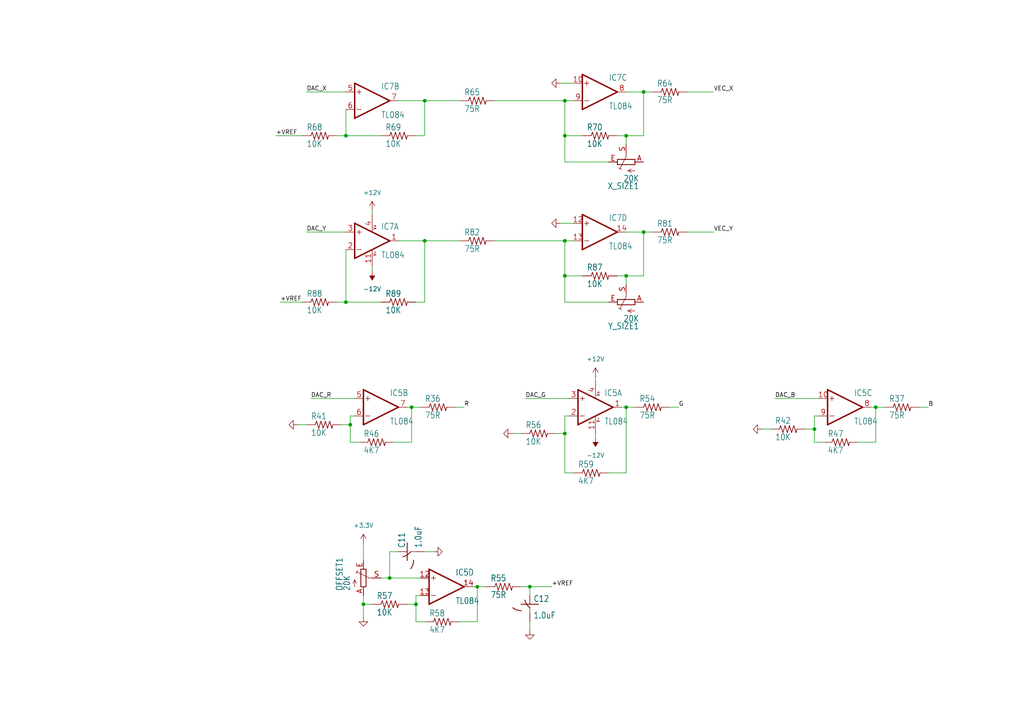
<source format=kicad_sch>
(kicad_sch (version 20250114) (generator "eeschema") (generator_version "9.0")
  (paper "A4")
  (lib_symbols
    (symbol "mister-vector-eagle-import:C-USC0603"
      (property "Reference" "C" (at 1.016 0.635 0))
      (symbol "C-USC0603_1_0"
        (polyline (pts (xy -2.54 0) (xy 2.54 0)) (stroke (width 0.254)))
        (arc (start -2.4668 -1.8504) (mid -3.7688 -1.6361) (end -4.9335 -1.016) (stroke (width 0.254)))
        (polyline (pts (xy 0 -1.016) (xy 0 -2.54)) (stroke (width 0.1524)))
        (arc (start 0 -1) (mid -0.9038 -0.0189) (end -1.4403 1.2025) (stroke (width 0.254)))
        (pin passive line (at 0 2.54 270) (length 2.54) (name "1") (number "1"))
        (pin passive line (at 0 -5.08 90) (length 2.54) (name "2") (number "2"))
      )
    )
    (symbol "mister-vector-eagle-import:R-US_R0603"
      (property "Reference" "R" (at -3.81 1.4986 0))
      (symbol "R-US_R0603_1_0"
        (polyline (pts (xy -2.54 0) (xy -2.159 1.016)) (stroke (width 0.2032)))
        (polyline (pts (xy -2.159 1.016) (xy -1.524 -1.016)) (stroke (width 0.2032)))
        (polyline (pts (xy -1.524 -1.016) (xy -0.889 1.016)) (stroke (width 0.2032)))
        (polyline (pts (xy -0.889 1.016) (xy -0.254 -1.016)) (stroke (width 0.2032)))
        (polyline (pts (xy -0.254 -1.016) (xy 0.381 1.016)) (stroke (width 0.2032)))
        (polyline (pts (xy 0.381 1.016) (xy 1.016 -1.016)) (stroke (width 0.2032)))
        (polyline (pts (xy 1.016 -1.016) (xy 1.651 1.016)) (stroke (width 0.2032)))
        (polyline (pts (xy 1.651 1.016) (xy 2.286 -1.016)) (stroke (width 0.2032)))
        (polyline (pts (xy 2.286 -1.016) (xy 2.54 0)) (stroke (width 0.2032)))
        (pin passive line (at -5.08 0 0) (length 2.54) (name "1") (number "1"))
        (pin passive line (at 5.08 0 180) (length 2.54) (name "2") (number "2"))
      )
    )
    (symbol "mister-vector-eagle-import:TL084"
      (property "Reference" "IC" (at 2.54 3.175 0))
      (symbol "TL084_1_0"
        (polyline (pts (xy -5.08 5.08) (xy -5.08 -5.08)) (stroke (width 0.4064)))
        (polyline (pts (xy -5.08 -5.08) (xy 5.08 0)) (stroke (width 0.4064)))
        (polyline (pts (xy -4.445 2.54) (xy -3.175 2.54)) (stroke (width 0.1524)))
        (polyline (pts (xy -4.445 -2.54) (xy -3.175 -2.54)) (stroke (width 0.1524)))
        (polyline (pts (xy -3.81 3.175) (xy -3.81 1.905)) (stroke (width 0.1524)))
        (polyline (pts (xy 5.08 0) (xy -5.08 5.08)) (stroke (width 0.4064)))
        (text "V+" (at 1.27 3.175 900) (effects (font (size 0.8128 0.6908)) (justify left bottom)))
        (text "V-" (at 1.27 -4.445 900) (effects (font (size 0.8128 0.6908)) (justify left bottom)))
        (pin input line (at -7.62 2.54 0) (length 2.54) (name "+IN") (number "3"))
        (pin input line (at -7.62 -2.54 0) (length 2.54) (name "-IN") (number "2"))
        (pin power_in line (at 0 7.62 270) (length 5.08) (name "V+") (number "4"))
        (pin power_in line (at 0 -7.62 90) (length 5.08) (name "V-") (number "11"))
        (pin output line (at 7.62 0 180) (length 2.54) (name "OUT") (number "1"))
      )
      (symbol "TL084_2_0"
        (polyline (pts (xy -5.08 5.08) (xy -5.08 -5.08)) (stroke (width 0.4064)))
        (polyline (pts (xy -5.08 -5.08) (xy 5.08 0)) (stroke (width 0.4064)))
        (polyline (pts (xy -4.445 2.54) (xy -3.175 2.54)) (stroke (width 0.1524)))
        (polyline (pts (xy -4.445 -2.54) (xy -3.175 -2.54)) (stroke (width 0.1524)))
        (polyline (pts (xy -3.81 3.175) (xy -3.81 1.905)) (stroke (width 0.1524)))
        (polyline (pts (xy 5.08 0) (xy -5.08 5.08)) (stroke (width 0.4064)))
        (pin input line (at -7.62 2.54 0) (length 2.54) (name "+IN") (number "5"))
        (pin input line (at -7.62 -2.54 0) (length 2.54) (name "-IN") (number "6"))
        (pin output line (at 7.62 0 180) (length 2.54) (name "OUT") (number "7"))
      )
      (symbol "TL084_3_0"
        (polyline (pts (xy -5.08 5.08) (xy -5.08 -5.08)) (stroke (width 0.4064)))
        (polyline (pts (xy -5.08 -5.08) (xy 5.08 0)) (stroke (width 0.4064)))
        (polyline (pts (xy -4.445 2.54) (xy -3.175 2.54)) (stroke (width 0.1524)))
        (polyline (pts (xy -4.445 -2.54) (xy -3.175 -2.54)) (stroke (width 0.1524)))
        (polyline (pts (xy -3.81 3.175) (xy -3.81 1.905)) (stroke (width 0.1524)))
        (polyline (pts (xy 5.08 0) (xy -5.08 5.08)) (stroke (width 0.4064)))
        (pin input line (at -7.62 2.54 0) (length 2.54) (name "+IN") (number "10"))
        (pin input line (at -7.62 -2.54 0) (length 2.54) (name "-IN") (number "9"))
        (pin output line (at 7.62 0 180) (length 2.54) (name "OUT") (number "8"))
      )
      (symbol "TL084_4_0"
        (polyline (pts (xy -5.08 5.08) (xy -5.08 -5.08)) (stroke (width 0.4064)))
        (polyline (pts (xy -5.08 -5.08) (xy 5.08 0)) (stroke (width 0.4064)))
        (polyline (pts (xy -4.445 2.54) (xy -3.175 2.54)) (stroke (width 0.1524)))
        (polyline (pts (xy -4.445 -2.54) (xy -3.175 -2.54)) (stroke (width 0.1524)))
        (polyline (pts (xy -3.81 3.175) (xy -3.81 1.905)) (stroke (width 0.1524)))
        (polyline (pts (xy 5.08 0) (xy -5.08 5.08)) (stroke (width 0.4064)))
        (pin input line (at -7.62 2.54 0) (length 2.54) (name "+IN") (number "12"))
        (pin input line (at -7.62 -2.54 0) (length 2.54) (name "-IN") (number "13"))
        (pin output line (at 7.62 0 180) (length 2.54) (name "OUT") (number "14"))
      )
    )
    (symbol "mister-vector-eagle-import:TRIM_EU-B25P"
      (property "Reference" "R" (at -5.969 -3.81 90))
      (symbol "TRIM_EU-B25P_1_0"
        (polyline (pts (xy -2.54 -0.508) (xy -3.048 -1.524)) (stroke (width 0.1524)))
        (polyline (pts (xy -2.54 -0.508) (xy -2.032 -1.524)) (stroke (width 0.1524)))
        (polyline (pts (xy -2.54 -2.54) (xy -2.54 -0.508)) (stroke (width 0.1524)))
        (polyline (pts (xy -2.1597 1.2939) (xy -1.7018 2.2352)) (stroke (width 0.1524)))
        (polyline (pts (xy -0.762 2.54) (xy -0.762 -2.54)) (stroke (width 0.254)))
        (polyline (pts (xy -0.762 -2.54) (xy 0.762 -2.54)) (stroke (width 0.254)))
        (polyline (pts (xy 0.762 2.54) (xy -0.762 2.54)) (stroke (width 0.254)))
        (polyline (pts (xy 0.762 -2.54) (xy 0.762 2.54)) (stroke (width 0.254)))
        (polyline (pts (xy 1.651 0) (xy -1.8796 1.7526)) (stroke (width 0.1524)))
        (polyline (pts (xy 2.54 0) (xy 1.651 0)) (stroke (width 0.1524)))
        (pin passive line (at 0 5.08 270) (length 2.54) (name "E") (number "E"))
        (pin passive line (at 0 -5.08 90) (length 2.54) (name "A") (number "A"))
        (pin passive line (at 5.08 0 180) (length 2.54) (name "S") (number "S"))
      )
    )
    (symbol "power:+12V" (power) (pin_numbers (hide yes)) (pin_names (offset 0) (hide yes))
      (property "Value" "+12V" (at 0 3.556 0))
      (symbol "+12V_0_1"
        (polyline (pts (xy -0.762 1.27) (xy 0 2.54)))
        (polyline (pts (xy 0 2.54) (xy 0.762 1.27)))
        (polyline (pts (xy 0 0) (xy 0 2.54)))
      )
      (symbol "+12V_1_1"
        (pin power_in line (at 0 0 90) (length 0) (name "~") (number "1"))
      )
    )
    (symbol "power:+3.3V" (power) (pin_numbers (hide yes)) (pin_names (offset 0) (hide yes))
      (property "Value" "+3.3V" (at 0 3.556 0))
      (symbol "+3.3V_0_1"
        (polyline (pts (xy -0.762 1.27) (xy 0 2.54)))
        (polyline (pts (xy 0 2.54) (xy 0.762 1.27)))
        (polyline (pts (xy 0 0) (xy 0 2.54)))
      )
      (symbol "+3.3V_1_1"
        (pin power_in line (at 0 0 90) (length 0) (name "~") (number "1"))
      )
    )
    (symbol "power:-12V" (power) (pin_numbers (hide yes)) (pin_names (offset 0) (hide yes))
      (property "Value" "-12V" (at 0 3.556 0))
      (symbol "-12V_0_0"
        (pin power_in line (at 0 0 90) (length 0) (name "~") (number "1"))
      )
      (symbol "-12V_0_1"
        (polyline (pts (xy 0 0) (xy 0 1.27) (xy 0.762 1.27) (xy 0 2.54) (xy -0.762 1.27) (xy 0 1.27)) (fill (type outline)))
      )
    )
    (symbol "power:GND" (power) (pin_numbers (hide yes)) (pin_names (offset 0) (hide yes))
      (property "Value" "GND" (at 0 -3.81 0))
      (symbol "GND_0_1"
        (polyline (pts (xy 0 0) (xy 0 -1.27) (xy 1.27 -1.27) (xy 0 -2.54) (xy -1.27 -1.27) (xy 0 -1.27)))
      )
      (symbol "GND_1_1"
        (pin power_in line (at 0 0 270) (length 0) (name "~") (number "1"))
      )
    )
  )
  (junction (at 163.83 125.73))
  (junction (at 186.69 26.67))
  (junction (at 123.19 29.21))
  (junction (at 119.38 118.11))
  (junction (at 186.69 67.31))
  (junction (at 100.33 87.63))
  (junction (at 105.41 175.26))
  (junction (at 101.6 123.19))
  (junction (at 138.43 170.18))
  (junction (at 100.33 39.37))
  (junction (at 236.22 124.46))
  (junction (at 181.61 80.01))
  (junction (at 163.83 39.37))
  (junction (at 163.83 29.21))
  (junction (at 123.19 69.85))
  (junction (at 163.83 80.01))
  (junction (at 254 118.11))
  (junction (at 181.61 118.11))
  (junction (at 153.67 170.18))
  (junction (at 163.83 69.85))
  (junction (at 113.03 167.64))
  (junction (at 181.61 39.37))
  (junction (at 120.65 175.26))
  (wire (pts (xy 236.22 120.65) (xy 236.22 124.46)) (stroke (width 0.1524)))
  (wire (pts (xy 162.56 24.13) (xy 166.37 24.13)) (stroke (width 0.1524)))
  (wire (pts (xy 224.79 115.57) (xy 237.49 115.57)) (stroke (width 0.1524)))
  (wire (pts (xy 100.33 72.39) (xy 100.33 87.63)) (stroke (width 0.1524)))
  (wire (pts (xy 186.69 67.31) (xy 189.23 67.31)) (stroke (width 0.1524)))
  (wire (pts (xy 118.11 118.11) (xy 119.38 118.11)) (stroke (width 0.1524)))
  (wire (pts (xy 99.06 123.19) (xy 101.6 123.19)) (stroke (width 0.1524)))
  (wire (pts (xy 163.83 80.01) (xy 168.91 80.01)) (stroke (width 0.1524)))
  (wire (pts (xy 100.33 31.75) (xy 100.33 39.37)) (stroke (width 0.1524)))
  (wire (pts (xy 254 128.27) (xy 254 118.11)) (stroke (width 0.1524)))
  (wire (pts (xy 176.53 46.99) (xy 163.83 46.99)) (stroke (width 0.1524)))
  (wire (pts (xy 186.69 26.67) (xy 189.23 26.67)) (stroke (width 0.1524)))
  (wire (pts (xy 113.03 167.64) (xy 121.92 167.64)) (stroke (width 0.1524)))
  (wire (pts (xy 163.83 69.85) (xy 143.51 69.85)) (stroke (width 0.1524)))
  (wire (pts (xy 113.03 160.02) (xy 113.03 167.64)) (stroke (width 0.1524)))
  (wire (pts (xy 114.3 128.27) (xy 119.38 128.27)) (stroke (width 0.1524)))
  (wire (pts (xy 186.69 80.01) (xy 186.69 67.31)) (stroke (width 0.1524)))
  (wire (pts (xy 172.72 109.22) (xy 172.72 110.49)))
  (wire (pts (xy 220.98 124.46) (xy 223.52 124.46)) (stroke (width 0.1524)))
  (wire (pts (xy 120.65 172.72) (xy 120.65 175.26)) (stroke (width 0.1524)))
  (wire (pts (xy 88.9 67.31) (xy 100.33 67.31)) (stroke (width 0.1524)))
  (wire (pts (xy 110.49 167.64) (xy 113.03 167.64)) (stroke (width 0.1524)))
  (wire (pts (xy 119.38 118.11) (xy 121.92 118.11)) (stroke (width 0.1524)))
  (wire (pts (xy 148.59 125.73) (xy 151.13 125.73)) (stroke (width 0.1524)))
  (wire (pts (xy 143.51 29.21) (xy 163.83 29.21)) (stroke (width 0.1524)))
  (wire (pts (xy 248.92 128.27) (xy 254 128.27)) (stroke (width 0.1524)))
  (wire (pts (xy 86.36 123.19) (xy 88.9 123.19)) (stroke (width 0.1524)))
  (wire (pts (xy 181.61 80.01) (xy 186.69 80.01)) (stroke (width 0.1524)))
  (wire (pts (xy 153.67 172.72) (xy 153.67 170.18)) (stroke (width 0.1524)))
  (wire (pts (xy 115.57 29.21) (xy 123.19 29.21)) (stroke (width 0.1524)))
  (wire (pts (xy 120.65 39.37) (xy 123.19 39.37)) (stroke (width 0.1524)))
  (wire (pts (xy 97.79 87.63) (xy 100.33 87.63)) (stroke (width 0.1524)))
  (wire (pts (xy 163.83 137.16) (xy 166.37 137.16)) (stroke (width 0.1524)))
  (wire (pts (xy 252.73 118.11) (xy 254 118.11)) (stroke (width 0.1524)))
  (wire (pts (xy 163.83 87.63) (xy 163.83 80.01)) (stroke (width 0.1524)))
  (wire (pts (xy 138.43 180.34) (xy 138.43 170.18)) (stroke (width 0.1524)))
  (wire (pts (xy 123.19 29.21) (xy 133.35 29.21)) (stroke (width 0.1524)))
  (wire (pts (xy 186.69 39.37) (xy 186.69 26.67)) (stroke (width 0.1524)))
  (wire (pts (xy 80.01 39.37) (xy 87.63 39.37)) (stroke (width 0.1524)))
  (wire (pts (xy 233.68 124.46) (xy 236.22 124.46)) (stroke (width 0.1524)))
  (wire (pts (xy 104.14 128.27) (xy 101.6 128.27)) (stroke (width 0.1524)))
  (wire (pts (xy 176.53 87.63) (xy 163.83 87.63)) (stroke (width 0.1524)))
  (wire (pts (xy 132.08 118.11) (xy 134.62 118.11)) (stroke (width 0.1524)))
  (wire (pts (xy 123.19 39.37) (xy 123.19 29.21)) (stroke (width 0.1524)))
  (wire (pts (xy 123.19 160.02) (xy 125.73 160.02)) (stroke (width 0.1524)))
  (wire (pts (xy 123.19 69.85) (xy 133.35 69.85)) (stroke (width 0.1524)))
  (wire (pts (xy 100.33 87.63) (xy 110.49 87.63)) (stroke (width 0.1524)))
  (wire (pts (xy 90.17 115.57) (xy 102.87 115.57)) (stroke (width 0.1524)))
  (wire (pts (xy 163.83 39.37) (xy 168.91 39.37)) (stroke (width 0.1524)))
  (wire (pts (xy 119.38 128.27) (xy 119.38 118.11)) (stroke (width 0.1524)))
  (wire (pts (xy 120.65 180.34) (xy 123.19 180.34)) (stroke (width 0.1524)))
  (wire (pts (xy 163.83 69.85) (xy 166.37 69.85)) (stroke (width 0.1524)))
  (wire (pts (xy 153.67 182.88) (xy 153.67 180.34)) (stroke (width 0.1524)))
  (wire (pts (xy 163.83 69.85) (xy 163.83 80.01)) (stroke (width 0.1524)))
  (wire (pts (xy 181.61 41.91) (xy 181.61 39.37)) (stroke (width 0.1524)))
  (wire (pts (xy 165.1 120.65) (xy 163.83 120.65)) (stroke (width 0.1524)))
  (wire (pts (xy 181.61 67.31) (xy 186.69 67.31)) (stroke (width 0.1524)))
  (wire (pts (xy 102.87 120.65) (xy 101.6 120.65)) (stroke (width 0.1524)))
  (wire (pts (xy 120.65 87.63) (xy 123.19 87.63)) (stroke (width 0.1524)))
  (wire (pts (xy 133.35 180.34) (xy 138.43 180.34)) (stroke (width 0.1524)))
  (wire (pts (xy 179.07 80.01) (xy 181.61 80.01)) (stroke (width 0.1524)))
  (wire (pts (xy 101.6 128.27) (xy 101.6 123.19)) (stroke (width 0.1524)))
  (wire (pts (xy 115.57 160.02) (xy 113.03 160.02)) (stroke (width 0.1524)))
  (wire (pts (xy 105.41 179.07) (xy 105.41 175.26)))
  (wire (pts (xy 101.6 123.19) (xy 101.6 120.65)) (stroke (width 0.1524)))
  (wire (pts (xy 138.43 170.18) (xy 140.97 170.18)) (stroke (width 0.1524)))
  (wire (pts (xy 199.39 67.31) (xy 207.01 67.31)) (stroke (width 0.1524)))
  (wire (pts (xy 236.22 124.46) (xy 236.22 128.27)) (stroke (width 0.1524)))
  (wire (pts (xy 163.83 29.21) (xy 163.83 39.37)) (stroke (width 0.1524)))
  (wire (pts (xy 236.22 128.27) (xy 238.76 128.27)) (stroke (width 0.1524)))
  (wire (pts (xy 105.41 175.26) (xy 107.95 175.26)) (stroke (width 0.1524)))
  (wire (pts (xy 105.41 162.56) (xy 105.41 157.48)) (stroke (width 0.1524)))
  (wire (pts (xy 163.83 120.65) (xy 163.83 125.73)) (stroke (width 0.1524)))
  (wire (pts (xy 176.53 137.16) (xy 181.61 137.16)) (stroke (width 0.1524)))
  (wire (pts (xy 97.79 39.37) (xy 100.33 39.37)) (stroke (width 0.1524)))
  (wire (pts (xy 172.72 127) (xy 172.72 125.73)))
  (wire (pts (xy 254 118.11) (xy 256.54 118.11)) (stroke (width 0.1524)))
  (wire (pts (xy 151.13 170.18) (xy 153.67 170.18)) (stroke (width 0.1524)))
  (wire (pts (xy 121.92 172.72) (xy 120.65 172.72)) (stroke (width 0.1524)))
  (wire (pts (xy 100.33 39.37) (xy 110.49 39.37)) (stroke (width 0.1524)))
  (wire (pts (xy 163.83 29.21) (xy 166.37 29.21)) (stroke (width 0.1524)))
  (wire (pts (xy 163.83 46.99) (xy 163.83 39.37)) (stroke (width 0.1524)))
  (wire (pts (xy 88.9 26.67) (xy 100.33 26.67)) (stroke (width 0.1524)))
  (wire (pts (xy 162.56 64.77) (xy 166.37 64.77)) (stroke (width 0.1524)))
  (wire (pts (xy 123.19 69.85) (xy 115.57 69.85)) (stroke (width 0.1524)))
  (wire (pts (xy 266.7 118.11) (xy 269.24 118.11)) (stroke (width 0.1524)))
  (wire (pts (xy 81.28 87.63) (xy 87.63 87.63)) (stroke (width 0.1524)))
  (wire (pts (xy 181.61 82.55) (xy 181.61 80.01)) (stroke (width 0.1524)))
  (wire (pts (xy 199.39 26.67) (xy 207.01 26.67)) (stroke (width 0.1524)))
  (wire (pts (xy 181.61 26.67) (xy 186.69 26.67)) (stroke (width 0.1524)))
  (wire (pts (xy 194.31 118.11) (xy 196.85 118.11)) (stroke (width 0.1524)))
  (wire (pts (xy 163.83 125.73) (xy 163.83 137.16)) (stroke (width 0.1524)))
  (wire (pts (xy 180.34 118.11) (xy 181.61 118.11)) (stroke (width 0.1524)))
  (wire (pts (xy 237.49 120.65) (xy 236.22 120.65)) (stroke (width 0.1524)))
  (wire (pts (xy 123.19 87.63) (xy 123.19 69.85)) (stroke (width 0.1524)))
  (wire (pts (xy 118.11 175.26) (xy 120.65 175.26)) (stroke (width 0.1524)))
  (wire (pts (xy 181.61 118.11) (xy 184.15 118.11)) (stroke (width 0.1524)))
  (wire (pts (xy 105.41 175.26) (xy 105.41 172.72)) (stroke (width 0.1524)))
  (wire (pts (xy 161.29 125.73) (xy 163.83 125.73)) (stroke (width 0.1524)))
  (wire (pts (xy 120.65 175.26) (xy 120.65 180.34)) (stroke (width 0.1524)))
  (wire (pts (xy 181.61 39.37) (xy 186.69 39.37)) (stroke (width 0.1524)))
  (wire (pts (xy 153.67 170.18) (xy 160.02 170.18)) (stroke (width 0.1524)))
  (wire (pts (xy 181.61 137.16) (xy 181.61 118.11)) (stroke (width 0.1524)))
  (wire (pts (xy 152.4 115.57) (xy 165.1 115.57)) (stroke (width 0.1524)))
  (wire (pts (xy 107.95 60.96) (xy 107.95 62.23)))
  (wire (pts (xy 138.43 170.18) (xy 137.16 170.18)) (stroke (width 0.1524)))
  (wire (pts (xy 107.95 78.74) (xy 107.95 77.47)))
  (wire (pts (xy 179.07 39.37) (xy 181.61 39.37)) (stroke (width 0.1524)))
  (label "+VREF" (at 81.28 87.63 0) (effects (font (size 1.2446 1.2446))))
  (label "VEC_X" (at 207.01 26.67 0) (effects (font (size 1.2446 1.2446))))
  (label "G" (at 196.85 118.11 0) (effects (font (size 1.2446 1.2446))))
  (label "B" (at 269.24 118.11 0) (effects (font (size 1.2446 1.2446))))
  (label "DAC_G" (at 152.4 115.57 0) (effects (font (size 1.2446 1.2446))))
  (label "DAC_Y" (at 88.9 67.31 0) (effects (font (size 1.2446 1.2446))))
  (label "+VREF" (at 160.02 170.18 0) (effects (font (size 1.2446 1.2446))))
  (label "DAC_X" (at 88.9 26.67 0) (effects (font (size 1.2446 1.2446))))
  (label "DAC_R" (at 90.17 115.57 0) (effects (font (size 1.2446 1.2446))))
  (label "+VREF" (at 80.01 39.37 0) (effects (font (size 1.2446 1.2446))))
  (label "VEC_Y" (at 207.01 67.31 0) (effects (font (size 1.2446 1.2446))))
  (label "R" (at 134.62 118.11 0) (effects (font (size 1.2446 1.2446))))
  (label "DAC_B" (at 224.79 115.57 0) (effects (font (size 1.2446 1.2446))))
  (symbol (lib_id "power:GND") (at 105.41 179.07 0) (unit 1)
    (property "Reference" "#PWR039" (effects (hide yes)))
    (property "Value" "GND" (effects (hide yes)))
    (property "Description" "Power symbol creates a global label with name \"GND\" , ground" (effects (hide yes)))
  )
  (symbol (lib_id "mister-vector-eagle-import:C-USC0603") (at 153.67 175.26 0) (unit 1)
    (property "Reference" "C12" (at 154.686 174.625 0) (effects (font (size 1.778 1.5113)) (justify left bottom)))
    (property "Value" "1.0uF" (at 154.686 179.451 0) (effects (font (size 1.778 1.5113)) (justify left bottom)))
    (property "Footprint" "mister-vector:C0603" (effects (hide yes)))
  )
  (symbol (lib_id "mister-vector-eagle-import:R-US_R0603") (at 138.43 29.21 0) (unit 1)
    (property "Reference" "R65" (at 134.62 27.7114 0) (effects (font (size 1.778 1.5113)) (justify left bottom)))
    (property "Value" "75R" (at 134.62 32.512 0) (effects (font (size 1.778 1.5113)) (justify left bottom)))
    (property "Footprint" "mister-vector:R0603" (effects (hide yes)))
  )
  (symbol (lib_id "mister-vector-eagle-import:TL084") (at 245.11 118.11 0) (unit 3)
    (property "Reference" "IC5" (at 247.65 114.935 0) (effects (font (size 1.778 1.5113)) (justify left bottom)))
    (property "Value" "TL084" (at 247.65 123.19 0) (effects (font (size 1.778 1.5113)) (justify left bottom)))
    (property "Footprint" "mister-vector:SOIC-14" (effects (hide yes)))
  )
  (symbol (lib_id "mister-vector-eagle-import:TL084") (at 173.99 26.67 0) (unit 3)
    (property "Reference" "IC7" (at 176.53 23.495 0) (effects (font (size 1.778 1.5113)) (justify left bottom)))
    (property "Value" "TL084" (at 176.53 31.75 0) (effects (font (size 1.778 1.5113)) (justify left bottom)))
    (property "Footprint" "mister-vector:SOIC-14" (effects (hide yes)))
  )
  (symbol (lib_id "mister-vector-eagle-import:R-US_R0603") (at 173.99 80.01 0) (unit 1)
    (property "Reference" "R87" (at 170.18 78.5114 0) (effects (font (size 1.778 1.5113)) (justify left bottom)))
    (property "Value" "10K" (at 170.18 83.312 0) (effects (font (size 1.778 1.5113)) (justify left bottom)))
    (property "Footprint" "mister-vector:R0603" (effects (hide yes)))
  )
  (symbol (lib_id "power:+12V") (at 172.72 109.22 0) (unit 1)
    (property "Reference" "#PWR016" (effects (hide yes)))
    (property "Value" "+12V" (at 172.72 104.14 0))
    (property "Description" "Power symbol creates a global label with name \"+12V\"" (effects (hide yes)))
  )
  (symbol (lib_id "mister-vector-eagle-import:R-US_R0603") (at 127 118.11 0) (unit 1)
    (property "Reference" "R36" (at 123.19 116.6114 0) (effects (font (size 1.778 1.5113)) (justify left bottom)))
    (property "Value" "75R" (at 123.19 121.412 0) (effects (font (size 1.778 1.5113)) (justify left bottom)))
    (property "Footprint" "mister-vector:R0603" (effects (hide yes)))
  )
  (symbol (lib_id "mister-vector-eagle-import:R-US_R0603") (at 115.57 87.63 0) (unit 1)
    (property "Reference" "R89" (at 111.76 86.1314 0) (effects (font (size 1.778 1.5113)) (justify left bottom)))
    (property "Value" "10K" (at 111.76 90.932 0) (effects (font (size 1.778 1.5113)) (justify left bottom)))
    (property "Footprint" "mister-vector:R0603" (effects (hide yes)))
  )
  (symbol (lib_id "mister-vector-eagle-import:R-US_R0603") (at 113.03 175.26 0) (unit 1)
    (property "Reference" "R57" (at 109.22 173.7614 0) (effects (font (size 1.778 1.5113)) (justify left bottom)))
    (property "Value" "10K" (at 109.22 178.562 0) (effects (font (size 1.778 1.5113)) (justify left bottom)))
    (property "Footprint" "mister-vector:R0603" (effects (hide yes)))
  )
  (symbol (lib_id "power:GND") (at 148.59 125.73 270) (unit 1)
    (property "Reference" "#PWR035" (effects (hide yes)))
    (property "Value" "GND" (effects (hide yes)))
    (property "Description" "Power symbol creates a global label with name \"GND\" , ground" (effects (hide yes)))
  )
  (symbol (lib_id "mister-vector-eagle-import:TL084") (at 107.95 69.85 0) (unit 1)
    (property "Reference" "IC7" (at 110.49 66.675 0) (effects (font (size 1.778 1.5113)) (justify left bottom)))
    (property "Value" "TL084" (at 110.49 74.93 0) (effects (font (size 1.778 1.5113)) (justify left bottom)))
    (property "Footprint" "mister-vector:SOIC-14" (effects (hide yes)))
  )
  (symbol (lib_id "power:GND") (at 86.36 123.19 270) (unit 1)
    (property "Reference" "#PWR034" (effects (hide yes)))
    (property "Value" "GND" (effects (hide yes)))
    (property "Description" "Power symbol creates a global label with name \"GND\" , ground" (effects (hide yes)))
  )
  (symbol (lib_id "mister-vector-eagle-import:R-US_R0603") (at 128.27 180.34 0) (unit 1)
    (property "Reference" "R58" (at 124.46 178.8414 0) (effects (font (size 1.778 1.5113)) (justify left bottom)))
    (property "Value" "4K7" (at 124.46 183.642 0) (effects (font (size 1.778 1.5113)) (justify left bottom)))
    (property "Footprint" "mister-vector:R0603" (effects (hide yes)))
  )
  (symbol (lib_id "mister-vector-eagle-import:R-US_R0603") (at 138.43 69.85 0) (unit 1)
    (property "Reference" "R82" (at 134.62 68.3514 0) (effects (font (size 1.778 1.5113)) (justify left bottom)))
    (property "Value" "75R" (at 134.62 73.152 0) (effects (font (size 1.778 1.5113)) (justify left bottom)))
    (property "Footprint" "mister-vector:R0603" (effects (hide yes)))
  )
  (symbol (lib_id "mister-vector-eagle-import:R-US_R0603") (at 109.22 128.27 0) (unit 1)
    (property "Reference" "R46" (at 105.41 126.7714 0) (effects (font (size 1.778 1.5113)) (justify left bottom)))
    (property "Value" "4K7" (at 105.41 131.572 0) (effects (font (size 1.778 1.5113)) (justify left bottom)))
    (property "Footprint" "mister-vector:R0603" (effects (hide yes)))
  )
  (symbol (lib_id "power:GND") (at 162.56 64.77 270) (unit 1)
    (property "Reference" "#PWR041" (effects (hide yes)))
    (property "Value" "GND" (effects (hide yes)))
    (property "Description" "Power symbol creates a global label with name \"GND\" , ground" (effects (hide yes)))
  )
  (symbol (lib_id "mister-vector-eagle-import:R-US_R0603") (at 171.45 137.16 0) (unit 1)
    (property "Reference" "R59" (at 167.64 135.6614 0) (effects (font (size 1.778 1.5113)) (justify left bottom)))
    (property "Value" "4K7" (at 167.64 140.462 0) (effects (font (size 1.778 1.5113)) (justify left bottom)))
    (property "Footprint" "mister-vector:R0603" (effects (hide yes)))
  )
  (symbol (lib_id "mister-vector-eagle-import:TL084") (at 129.54 170.18 0) (unit 4)
    (property "Reference" "IC5" (at 132.08 167.005 0) (effects (font (size 1.778 1.5113)) (justify left bottom)))
    (property "Value" "TL084" (at 132.08 175.26 0) (effects (font (size 1.778 1.5113)) (justify left bottom)))
    (property "Footprint" "mister-vector:SOIC-14" (effects (hide yes)))
  )
  (symbol (lib_id "power:GND") (at 220.98 124.46 270) (unit 1)
    (property "Reference" "#PWR036" (effects (hide yes)))
    (property "Value" "GND" (effects (hide yes)))
    (property "Description" "Power symbol creates a global label with name \"GND\" , ground" (effects (hide yes)))
  )
  (symbol (lib_id "mister-vector-eagle-import:R-US_R0603") (at 261.62 118.11 0) (unit 1)
    (property "Reference" "R37" (at 257.81 116.6114 0) (effects (font (size 1.778 1.5113)) (justify left bottom)))
    (property "Value" "75R" (at 257.81 121.412 0) (effects (font (size 1.778 1.5113)) (justify left bottom)))
    (property "Footprint" "mister-vector:R0603" (effects (hide yes)))
  )
  (symbol (lib_id "mister-vector-eagle-import:R-US_R0603") (at 194.31 67.31 0) (unit 1)
    (property "Reference" "R81" (at 190.5 65.8114 0) (effects (font (size 1.778 1.5113)) (justify left bottom)))
    (property "Value" "75R" (at 190.5 70.612 0) (effects (font (size 1.778 1.5113)) (justify left bottom)))
    (property "Footprint" "mister-vector:R0603" (effects (hide yes)))
  )
  (symbol (lib_id "power:-12V") (at 107.95 78.74 180) (unit 1)
    (property "Reference" "#PWR044" (effects (hide yes)))
    (property "Value" "-12V" (at 107.95 83.82 0))
    (property "Description" "Power symbol creates a global label with name \"-12V\"" (effects (hide yes)))
  )
  (symbol (lib_id "power:GND") (at 162.56 24.13 270) (unit 1)
    (property "Reference" "#PWR040" (effects (hide yes)))
    (property "Value" "GND" (effects (hide yes)))
    (property "Description" "Power symbol creates a global label with name \"GND\" , ground" (effects (hide yes)))
  )
  (symbol (lib_id "mister-vector-eagle-import:TL084") (at 110.49 118.11 0) (unit 2)
    (property "Reference" "IC5" (at 113.03 114.935 0) (effects (font (size 1.778 1.5113)) (justify left bottom)))
    (property "Value" "TL084" (at 113.03 123.19 0) (effects (font (size 1.778 1.5113)) (justify left bottom)))
    (property "Footprint" "mister-vector:SOIC-14" (effects (hide yes)))
  )
  (symbol (lib_id "mister-vector-eagle-import:TL084") (at 107.95 29.21 0) (unit 2)
    (property "Reference" "IC7" (at 110.49 26.035 0) (effects (font (size 1.778 1.5113)) (justify left bottom)))
    (property "Value" "TL084" (at 110.49 34.29 0) (effects (font (size 1.778 1.5113)) (justify left bottom)))
    (property "Footprint" "mister-vector:SOIC-14" (effects (hide yes)))
  )
  (symbol (lib_id "mister-vector-eagle-import:R-US_R0603") (at 156.21 125.73 0) (unit 1)
    (property "Reference" "R56" (at 152.4 124.2314 0) (effects (font (size 1.778 1.5113)) (justify left bottom)))
    (property "Value" "10K" (at 152.4 129.032 0) (effects (font (size 1.778 1.5113)) (justify left bottom)))
    (property "Footprint" "mister-vector:R0603" (effects (hide yes)))
  )
  (symbol (lib_id "mister-vector-eagle-import:R-US_R0603") (at 243.84 128.27 0) (unit 1)
    (property "Reference" "R47" (at 240.03 126.7714 0) (effects (font (size 1.778 1.5113)) (justify left bottom)))
    (property "Value" "4K7" (at 240.03 131.572 0) (effects (font (size 1.778 1.5113)) (justify left bottom)))
    (property "Footprint" "mister-vector:R0603" (effects (hide yes)))
  )
  (symbol (lib_id "mister-vector-eagle-import:TRIM_EU-B25P") (at 181.61 87.63 90) (unit 1)
    (property "Reference" "Y_SIZE1" (at 185.42 93.599 90) (effects (font (size 1.778 1.5113)) (justify left bottom)))
    (property "Value" "20K" (at 185.42 91.44 90) (effects (font (size 1.778 1.5113)) (justify left bottom)))
    (property "Footprint" "mister-vector:B25P" (effects (hide yes)))
  )
  (symbol (lib_id "mister-vector-eagle-import:R-US_R0603") (at 228.6 124.46 0) (unit 1)
    (property "Reference" "R42" (at 224.79 122.9614 0) (effects (font (size 1.778 1.5113)) (justify left bottom)))
    (property "Value" "10K" (at 224.79 127.762 0) (effects (font (size 1.778 1.5113)) (justify left bottom)))
    (property "Footprint" "mister-vector:R0603" (effects (hide yes)))
  )
  (symbol (lib_id "mister-vector-eagle-import:R-US_R0603") (at 146.05 170.18 0) (unit 1)
    (property "Reference" "R55" (at 142.24 168.6814 0) (effects (font (size 1.778 1.5113)) (justify left bottom)))
    (property "Value" "75R" (at 142.24 173.482 0) (effects (font (size 1.778 1.5113)) (justify left bottom)))
    (property "Footprint" "mister-vector:R0603" (effects (hide yes)))
  )
  (symbol (lib_id "power:-12V") (at 172.72 127 180) (unit 1)
    (property "Reference" "#PWR045" (effects (hide yes)))
    (property "Value" "-12V" (at 172.72 132.08 0))
    (property "Description" "Power symbol creates a global label with name \"-12V\"" (effects (hide yes)))
  )
  (symbol (lib_id "power:GND") (at 153.67 182.88 0) (unit 1)
    (property "Reference" "#PWR038" (effects (hide yes)))
    (property "Value" "GND" (effects (hide yes)))
    (property "Description" "Power symbol creates a global label with name \"GND\" , ground" (effects (hide yes)))
  )
  (symbol (lib_id "mister-vector-eagle-import:R-US_R0603") (at 173.99 39.37 0) (unit 1)
    (property "Reference" "R70" (at 170.18 37.8714 0) (effects (font (size 1.778 1.5113)) (justify left bottom)))
    (property "Value" "10K" (at 170.18 42.672 0) (effects (font (size 1.778 1.5113)) (justify left bottom)))
    (property "Footprint" "mister-vector:R0603" (effects (hide yes)))
  )
  (symbol (lib_id "power:+12V") (at 107.95 60.96 0) (unit 1)
    (property "Reference" "#PWR043" (effects (hide yes)))
    (property "Value" "+12V" (at 107.95 55.88 0))
    (property "Description" "Power symbol creates a global label with name \"+12V\"" (effects (hide yes)))
  )
  (symbol (lib_id "power:+3.3V") (at 105.41 157.48 0) (unit 1)
    (property "Reference" "#PWR012" (effects (hide yes)))
    (property "Value" "+3.3V" (at 105.41 152.4 0))
    (property "Description" "Power symbol creates a global label with name \"+3.3V\"" (effects (hide yes)))
  )
  (symbol (lib_id "mister-vector-eagle-import:R-US_R0603") (at 92.71 87.63 0) (unit 1)
    (property "Reference" "R88" (at 88.9 86.1314 0) (effects (font (size 1.778 1.5113)) (justify left bottom)))
    (property "Value" "10K" (at 88.9 90.932 0) (effects (font (size 1.778 1.5113)) (justify left bottom)))
    (property "Footprint" "mister-vector:R0603" (effects (hide yes)))
  )
  (symbol (lib_id "mister-vector-eagle-import:C-USC0603") (at 118.11 160.02 90) (unit 1)
    (property "Reference" "C11" (at 117.475 159.004 0) (effects (font (size 1.778 1.5113)) (justify left bottom)))
    (property "Value" "1.0uF" (at 122.301 159.004 0) (effects (font (size 1.778 1.5113)) (justify left bottom)))
    (property "Footprint" "mister-vector:C0603" (effects (hide yes)))
  )
  (symbol (lib_id "power:GND") (at 125.73 160.02 90) (unit 1)
    (property "Reference" "#PWR037" (effects (hide yes)))
    (property "Value" "GND" (effects (hide yes)))
    (property "Description" "Power symbol creates a global label with name \"GND\" , ground" (effects (hide yes)))
  )
  (symbol (lib_id "mister-vector-eagle-import:R-US_R0603") (at 115.57 39.37 0) (unit 1)
    (property "Reference" "R69" (at 111.76 37.8714 0) (effects (font (size 1.778 1.5113)) (justify left bottom)))
    (property "Value" "10K" (at 111.76 42.672 0) (effects (font (size 1.778 1.5113)) (justify left bottom)))
    (property "Footprint" "mister-vector:R0603" (effects (hide yes)))
  )
  (symbol (lib_id "mister-vector-eagle-import:TRIM_EU-B25P") (at 105.41 167.64 0) (unit 1)
    (property "Reference" "OFFSET1" (at 99.441 171.45 90) (effects (font (size 1.778 1.5113)) (justify left bottom)))
    (property "Value" "20K" (at 101.6 171.45 90) (effects (font (size 1.778 1.5113)) (justify left bottom)))
    (property "Footprint" "mister-vector:B25P" (effects (hide yes)))
  )
  (symbol (lib_id "mister-vector-eagle-import:R-US_R0603") (at 92.71 39.37 0) (unit 1)
    (property "Reference" "R68" (at 88.9 37.8714 0) (effects (font (size 1.778 1.5113)) (justify left bottom)))
    (property "Value" "10K" (at 88.9 42.672 0) (effects (font (size 1.778 1.5113)) (justify left bottom)))
    (property "Footprint" "mister-vector:R0603" (effects (hide yes)))
  )
  (symbol (lib_id "mister-vector-eagle-import:R-US_R0603") (at 189.23 118.11 0) (unit 1)
    (property "Reference" "R54" (at 185.42 116.6114 0) (effects (font (size 1.778 1.5113)) (justify left bottom)))
    (property "Value" "75R" (at 185.42 121.412 0) (effects (font (size 1.778 1.5113)) (justify left bottom)))
    (property "Footprint" "mister-vector:R0603" (effects (hide yes)))
  )
  (symbol (lib_id "mister-vector-eagle-import:TL084") (at 172.72 118.11 0) (unit 1)
    (property "Reference" "IC5" (at 175.26 114.935 0) (effects (font (size 1.778 1.5113)) (justify left bottom)))
    (property "Value" "TL084" (at 175.26 123.19 0) (effects (font (size 1.778 1.5113)) (justify left bottom)))
    (property "Footprint" "mister-vector:SOIC-14" (effects (hide yes)))
  )
  (symbol (lib_id "mister-vector-eagle-import:TRIM_EU-B25P") (at 181.61 46.99 90) (unit 1)
    (property "Reference" "X_SIZE1" (at 185.42 52.959 90) (effects (font (size 1.778 1.5113)) (justify left bottom)))
    (property "Value" "20K" (at 185.42 50.8 90) (effects (font (size 1.778 1.5113)) (justify left bottom)))
    (property "Footprint" "mister-vector:B25P" (effects (hide yes)))
  )
  (symbol (lib_id "mister-vector-eagle-import:R-US_R0603") (at 93.98 123.19 0) (unit 1)
    (property "Reference" "R41" (at 90.17 121.6914 0) (effects (font (size 1.778 1.5113)) (justify left bottom)))
    (property "Value" "10K" (at 90.17 126.492 0) (effects (font (size 1.778 1.5113)) (justify left bottom)))
    (property "Footprint" "mister-vector:R0603" (effects (hide yes)))
  )
  (symbol (lib_id "mister-vector-eagle-import:R-US_R0603") (at 194.31 26.67 0) (unit 1)
    (property "Reference" "R64" (at 190.5 25.1714 0) (effects (font (size 1.778 1.5113)) (justify left bottom)))
    (property "Value" "75R" (at 190.5 29.972 0) (effects (font (size 1.778 1.5113)) (justify left bottom)))
    (property "Footprint" "mister-vector:R0603" (effects (hide yes)))
  )
  (symbol (lib_id "mister-vector-eagle-import:TL084") (at 173.99 67.31 0) (unit 4)
    (property "Reference" "IC7" (at 176.53 64.135 0) (effects (font (size 1.778 1.5113)) (justify left bottom)))
    (property "Value" "TL084" (at 176.53 72.39 0) (effects (font (size 1.778 1.5113)) (justify left bottom)))
    (property "Footprint" "mister-vector:SOIC-14" (effects (hide yes)))
  )
)
</source>
